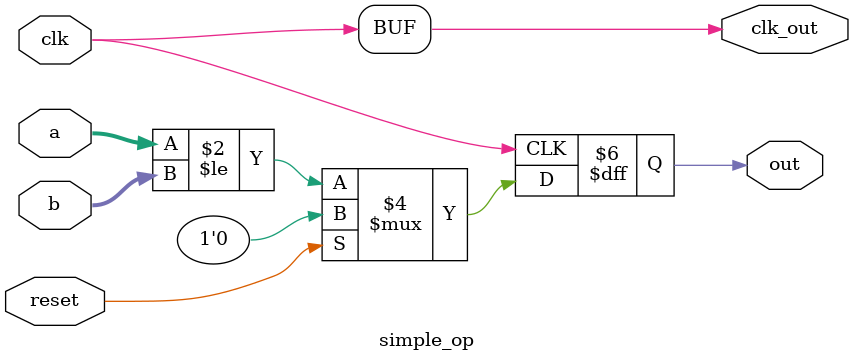
<source format=v>
module simple_op(
    clk,
    reset,
    a,
    b,    
    out,
    clk_out
    );

    input   clk;
    input   reset;
    input   [1:0] a,b;

    output  out;
    output  clk_out;

    assign clk_out = clk;

    always @(posedge clk)
    begin
        case(reset)
            1'b0:       out <= (a <= b);
            default:    out <= 1'b0;
        endcase
    end
endmodule
</source>
